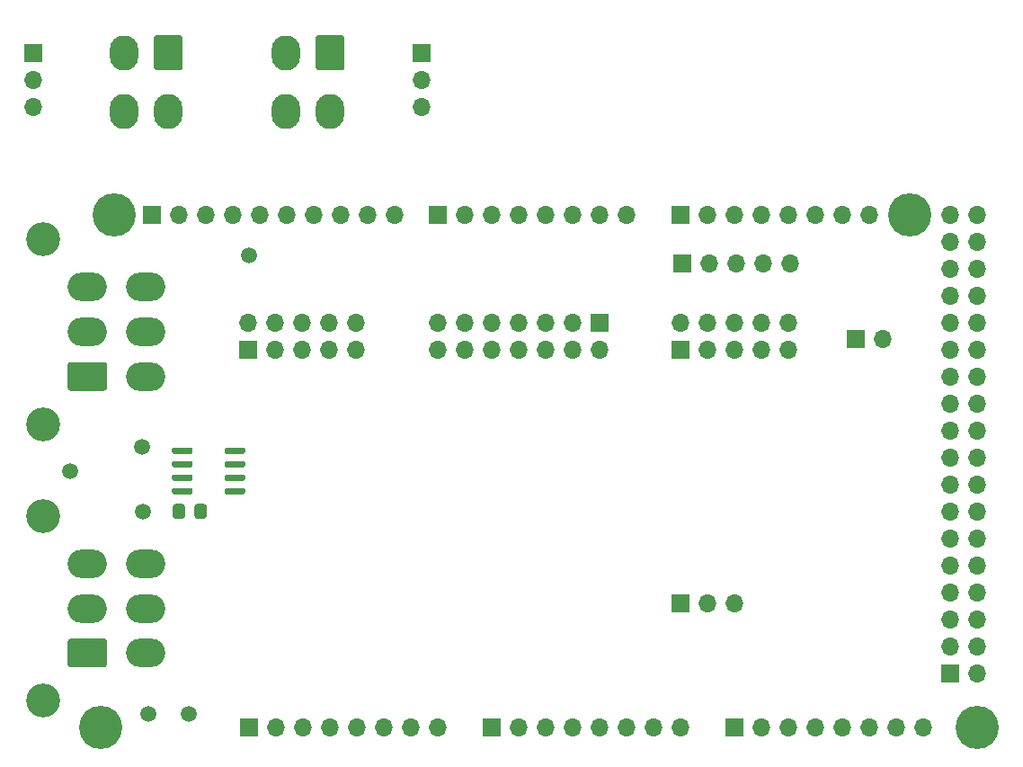
<source format=gbr>
G04 #@! TF.GenerationSoftware,KiCad,Pcbnew,(5.1.9)-1*
G04 #@! TF.CreationDate,2021-09-09T14:46:22-06:00*
G04 #@! TF.ProjectId,standby_controller,7374616e-6462-4795-9f63-6f6e74726f6c,rev?*
G04 #@! TF.SameCoordinates,Original*
G04 #@! TF.FileFunction,Soldermask,Top*
G04 #@! TF.FilePolarity,Negative*
%FSLAX46Y46*%
G04 Gerber Fmt 4.6, Leading zero omitted, Abs format (unit mm)*
G04 Created by KiCad (PCBNEW (5.1.9)-1) date 2021-09-09 14:46:22*
%MOMM*%
%LPD*%
G01*
G04 APERTURE LIST*
%ADD10O,1.700000X1.700000*%
%ADD11R,1.700000X1.700000*%
%ADD12O,2.700000X3.300000*%
%ADD13O,3.700000X2.700000*%
%ADD14C,3.200000*%
%ADD15C,4.064000*%
%ADD16C,1.500000*%
G04 APERTURE END LIST*
D10*
X147574000Y-60706000D03*
X147574000Y-58166000D03*
D11*
X147574000Y-55626000D03*
D10*
X110998000Y-60706000D03*
X110998000Y-58166000D03*
D11*
X110998000Y-55626000D03*
D10*
X191008000Y-82550000D03*
D11*
X188468000Y-82550000D03*
D10*
X182245000Y-75438000D03*
X179705000Y-75438000D03*
X177165000Y-75438000D03*
X174625000Y-75438000D03*
D11*
X172085000Y-75438000D03*
D10*
X177038000Y-107442000D03*
X174498000Y-107442000D03*
D11*
X171958000Y-107442000D03*
D10*
X182118000Y-81026000D03*
X182118000Y-83566000D03*
X179578000Y-81026000D03*
X179578000Y-83566000D03*
X177038000Y-81026000D03*
X177038000Y-83566000D03*
X174498000Y-81026000D03*
X174498000Y-83566000D03*
X171958000Y-81026000D03*
D11*
X171958000Y-83566000D03*
D10*
X149098000Y-83566000D03*
X149098000Y-81026000D03*
X151638000Y-83566000D03*
X151638000Y-81026000D03*
X154178000Y-83566000D03*
X154178000Y-81026000D03*
X156718000Y-83566000D03*
X156718000Y-81026000D03*
X159258000Y-83566000D03*
X159258000Y-81026000D03*
X161798000Y-83566000D03*
X161798000Y-81026000D03*
X164338000Y-83566000D03*
D11*
X164338000Y-81026000D03*
D10*
X141351000Y-81026000D03*
X141351000Y-83566000D03*
X138811000Y-81026000D03*
X138811000Y-83566000D03*
X136271000Y-81026000D03*
X136271000Y-83566000D03*
X133731000Y-81026000D03*
X133731000Y-83566000D03*
X131191000Y-81026000D03*
D11*
X131191000Y-83566000D03*
D12*
X134738000Y-61126000D03*
X138938000Y-61126000D03*
X134738000Y-55626000D03*
G36*
G01*
X140288000Y-54226001D02*
X140288000Y-57025999D01*
G75*
G02*
X140037999Y-57276000I-250001J0D01*
G01*
X137838001Y-57276000D01*
G75*
G02*
X137588000Y-57025999I0J250001D01*
G01*
X137588000Y-54226001D01*
G75*
G02*
X137838001Y-53976000I250001J0D01*
G01*
X140037999Y-53976000D01*
G75*
G02*
X140288000Y-54226001I0J-250001D01*
G01*
G37*
X119498000Y-61126000D03*
X123698000Y-61126000D03*
X119498000Y-55626000D03*
G36*
G01*
X125048000Y-54226001D02*
X125048000Y-57025999D01*
G75*
G02*
X124797999Y-57276000I-250001J0D01*
G01*
X122598001Y-57276000D01*
G75*
G02*
X122348000Y-57025999I0J250001D01*
G01*
X122348000Y-54226001D01*
G75*
G02*
X122598001Y-53976000I250001J0D01*
G01*
X124797999Y-53976000D01*
G75*
G02*
X125048000Y-54226001I0J-250001D01*
G01*
G37*
D11*
X197358000Y-114046000D03*
D10*
X199898000Y-114046000D03*
X197358000Y-111506000D03*
X199898000Y-111506000D03*
X197358000Y-108966000D03*
X199898000Y-108966000D03*
X197358000Y-106426000D03*
X199898000Y-106426000D03*
X197358000Y-103886000D03*
X199898000Y-103886000D03*
X197358000Y-101346000D03*
X199898000Y-101346000D03*
X197358000Y-98806000D03*
X199898000Y-98806000D03*
X197358000Y-96266000D03*
X199898000Y-96266000D03*
X197358000Y-93726000D03*
X199898000Y-93726000D03*
X197358000Y-91186000D03*
X199898000Y-91186000D03*
X197358000Y-88646000D03*
X199898000Y-88646000D03*
X197358000Y-86106000D03*
X199898000Y-86106000D03*
X197358000Y-83566000D03*
X199898000Y-83566000D03*
X197358000Y-81026000D03*
X199898000Y-81026000D03*
X197358000Y-78486000D03*
X199898000Y-78486000D03*
X197358000Y-75946000D03*
X199898000Y-75946000D03*
X197358000Y-73406000D03*
X199898000Y-73406000D03*
X197358000Y-70866000D03*
X199898000Y-70866000D03*
D11*
X122174000Y-70866000D03*
D10*
X124714000Y-70866000D03*
X127254000Y-70866000D03*
X129794000Y-70866000D03*
X132334000Y-70866000D03*
X134874000Y-70866000D03*
X137414000Y-70866000D03*
X139954000Y-70866000D03*
X142494000Y-70866000D03*
X145034000Y-70866000D03*
X189738000Y-70866000D03*
X187198000Y-70866000D03*
X184658000Y-70866000D03*
X182118000Y-70866000D03*
X179578000Y-70866000D03*
X177038000Y-70866000D03*
X174498000Y-70866000D03*
D11*
X171958000Y-70866000D03*
G36*
G01*
X117677999Y-87456000D02*
X114478001Y-87456000D01*
G75*
G02*
X114228000Y-87205999I0J250001D01*
G01*
X114228000Y-85006001D01*
G75*
G02*
X114478001Y-84756000I250001J0D01*
G01*
X117677999Y-84756000D01*
G75*
G02*
X117928000Y-85006001I0J-250001D01*
G01*
X117928000Y-87205999D01*
G75*
G02*
X117677999Y-87456000I-250001J0D01*
G01*
G37*
D13*
X116078000Y-81906000D03*
X116078000Y-77706000D03*
X121578000Y-86106000D03*
X121578000Y-81906000D03*
X121578000Y-77706000D03*
D14*
X111878000Y-90606000D03*
X111878000Y-73206000D03*
D15*
X117348000Y-119126000D03*
X199898000Y-119126000D03*
X118618000Y-70866000D03*
X193548000Y-70866000D03*
D11*
X131318000Y-119126000D03*
D10*
X133858000Y-119126000D03*
X136398000Y-119126000D03*
X138938000Y-119126000D03*
X141478000Y-119126000D03*
X144018000Y-119126000D03*
X146558000Y-119126000D03*
X149098000Y-119126000D03*
D11*
X154178000Y-119126000D03*
D10*
X156718000Y-119126000D03*
X159258000Y-119126000D03*
X161798000Y-119126000D03*
X164338000Y-119126000D03*
X166878000Y-119126000D03*
X169418000Y-119126000D03*
X171958000Y-119126000D03*
D11*
X177038000Y-119126000D03*
D10*
X179578000Y-119126000D03*
X182118000Y-119126000D03*
X184658000Y-119126000D03*
X187198000Y-119126000D03*
X189738000Y-119126000D03*
X192278000Y-119126000D03*
X194818000Y-119126000D03*
X166878000Y-70866000D03*
X164338000Y-70866000D03*
X161798000Y-70866000D03*
X159258000Y-70866000D03*
X156718000Y-70866000D03*
X154178000Y-70866000D03*
X151638000Y-70866000D03*
D11*
X149098000Y-70866000D03*
G36*
G01*
X127330000Y-98355999D02*
X127330000Y-99256001D01*
G75*
G02*
X127080001Y-99506000I-249999J0D01*
G01*
X126429999Y-99506000D01*
G75*
G02*
X126180000Y-99256001I0J249999D01*
G01*
X126180000Y-98355999D01*
G75*
G02*
X126429999Y-98106000I249999J0D01*
G01*
X127080001Y-98106000D01*
G75*
G02*
X127330000Y-98355999I0J-249999D01*
G01*
G37*
G36*
G01*
X125280000Y-98355999D02*
X125280000Y-99256001D01*
G75*
G02*
X125030001Y-99506000I-249999J0D01*
G01*
X124379999Y-99506000D01*
G75*
G02*
X124130000Y-99256001I0J249999D01*
G01*
X124130000Y-98355999D01*
G75*
G02*
X124379999Y-98106000I249999J0D01*
G01*
X125030001Y-98106000D01*
G75*
G02*
X125280000Y-98355999I0J-249999D01*
G01*
G37*
D14*
X111878000Y-99241000D03*
X111878000Y-116641000D03*
D13*
X121578000Y-103741000D03*
X121578000Y-107941000D03*
X121578000Y-112141000D03*
X116078000Y-103741000D03*
X116078000Y-107941000D03*
G36*
G01*
X117677999Y-113491000D02*
X114478001Y-113491000D01*
G75*
G02*
X114228000Y-113240999I0J250001D01*
G01*
X114228000Y-111041001D01*
G75*
G02*
X114478001Y-110791000I250001J0D01*
G01*
X117677999Y-110791000D01*
G75*
G02*
X117928000Y-111041001I0J-250001D01*
G01*
X117928000Y-113240999D01*
G75*
G02*
X117677999Y-113491000I-250001J0D01*
G01*
G37*
D16*
X114427000Y-94996000D03*
X125603000Y-117856000D03*
X121793000Y-117856000D03*
X131318000Y-74676000D03*
X121221500Y-92710000D03*
X121285000Y-98869500D03*
G36*
G01*
X130958000Y-96751000D02*
X130958000Y-97051000D01*
G75*
G02*
X130808000Y-97201000I-150000J0D01*
G01*
X129158000Y-97201000D01*
G75*
G02*
X129008000Y-97051000I0J150000D01*
G01*
X129008000Y-96751000D01*
G75*
G02*
X129158000Y-96601000I150000J0D01*
G01*
X130808000Y-96601000D01*
G75*
G02*
X130958000Y-96751000I0J-150000D01*
G01*
G37*
G36*
G01*
X130958000Y-95481000D02*
X130958000Y-95781000D01*
G75*
G02*
X130808000Y-95931000I-150000J0D01*
G01*
X129158000Y-95931000D01*
G75*
G02*
X129008000Y-95781000I0J150000D01*
G01*
X129008000Y-95481000D01*
G75*
G02*
X129158000Y-95331000I150000J0D01*
G01*
X130808000Y-95331000D01*
G75*
G02*
X130958000Y-95481000I0J-150000D01*
G01*
G37*
G36*
G01*
X130958000Y-94211000D02*
X130958000Y-94511000D01*
G75*
G02*
X130808000Y-94661000I-150000J0D01*
G01*
X129158000Y-94661000D01*
G75*
G02*
X129008000Y-94511000I0J150000D01*
G01*
X129008000Y-94211000D01*
G75*
G02*
X129158000Y-94061000I150000J0D01*
G01*
X130808000Y-94061000D01*
G75*
G02*
X130958000Y-94211000I0J-150000D01*
G01*
G37*
G36*
G01*
X130958000Y-92941000D02*
X130958000Y-93241000D01*
G75*
G02*
X130808000Y-93391000I-150000J0D01*
G01*
X129158000Y-93391000D01*
G75*
G02*
X129008000Y-93241000I0J150000D01*
G01*
X129008000Y-92941000D01*
G75*
G02*
X129158000Y-92791000I150000J0D01*
G01*
X130808000Y-92791000D01*
G75*
G02*
X130958000Y-92941000I0J-150000D01*
G01*
G37*
G36*
G01*
X126008000Y-92941000D02*
X126008000Y-93241000D01*
G75*
G02*
X125858000Y-93391000I-150000J0D01*
G01*
X124208000Y-93391000D01*
G75*
G02*
X124058000Y-93241000I0J150000D01*
G01*
X124058000Y-92941000D01*
G75*
G02*
X124208000Y-92791000I150000J0D01*
G01*
X125858000Y-92791000D01*
G75*
G02*
X126008000Y-92941000I0J-150000D01*
G01*
G37*
G36*
G01*
X126008000Y-94211000D02*
X126008000Y-94511000D01*
G75*
G02*
X125858000Y-94661000I-150000J0D01*
G01*
X124208000Y-94661000D01*
G75*
G02*
X124058000Y-94511000I0J150000D01*
G01*
X124058000Y-94211000D01*
G75*
G02*
X124208000Y-94061000I150000J0D01*
G01*
X125858000Y-94061000D01*
G75*
G02*
X126008000Y-94211000I0J-150000D01*
G01*
G37*
G36*
G01*
X126008000Y-95481000D02*
X126008000Y-95781000D01*
G75*
G02*
X125858000Y-95931000I-150000J0D01*
G01*
X124208000Y-95931000D01*
G75*
G02*
X124058000Y-95781000I0J150000D01*
G01*
X124058000Y-95481000D01*
G75*
G02*
X124208000Y-95331000I150000J0D01*
G01*
X125858000Y-95331000D01*
G75*
G02*
X126008000Y-95481000I0J-150000D01*
G01*
G37*
G36*
G01*
X126008000Y-96751000D02*
X126008000Y-97051000D01*
G75*
G02*
X125858000Y-97201000I-150000J0D01*
G01*
X124208000Y-97201000D01*
G75*
G02*
X124058000Y-97051000I0J150000D01*
G01*
X124058000Y-96751000D01*
G75*
G02*
X124208000Y-96601000I150000J0D01*
G01*
X125858000Y-96601000D01*
G75*
G02*
X126008000Y-96751000I0J-150000D01*
G01*
G37*
M02*

</source>
